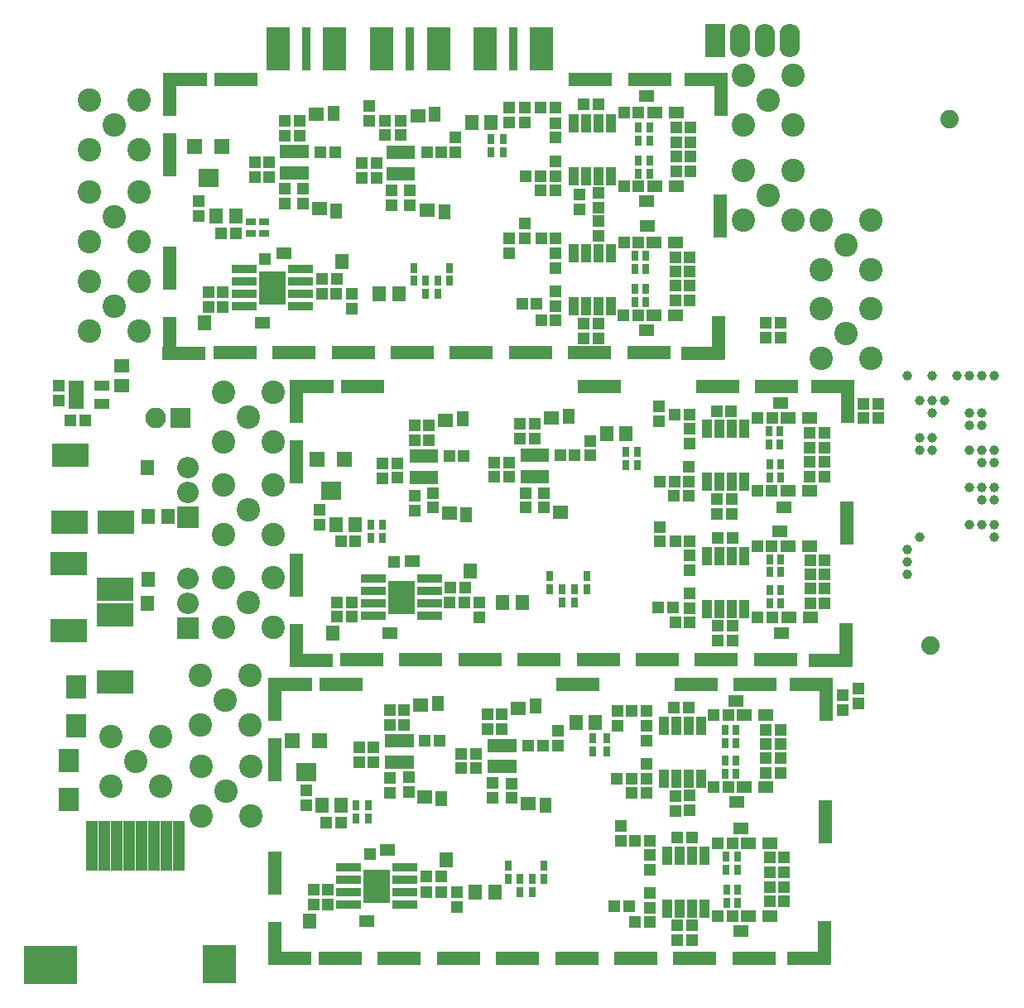
<source format=gbr>
G04 #@! TF.GenerationSoftware,KiCad,Pcbnew,(5.1.5-0-10_14)*
G04 #@! TF.CreationDate,2021-05-04T13:32:50-04:00*
G04 #@! TF.ProjectId,FEA,4645412e-6b69-4636-9164-5f7063625858,rev?*
G04 #@! TF.SameCoordinates,Original*
G04 #@! TF.FileFunction,Soldermask,Top*
G04 #@! TF.FilePolarity,Negative*
%FSLAX46Y46*%
G04 Gerber Fmt 4.6, Leading zero omitted, Abs format (unit mm)*
G04 Created by KiCad (PCBNEW (5.1.5-0-10_14)) date 2021-05-04 13:32:50*
%MOMM*%
%LPD*%
G04 APERTURE LIST*
%ADD10R,0.800000X1.060000*%
%ADD11R,4.440000X1.400000*%
%ADD12R,1.400000X4.440000*%
%ADD13R,1.000000X1.950000*%
%ADD14R,1.050000X1.460000*%
%ADD15R,2.200000X2.200000*%
%ADD16O,2.200000X2.200000*%
%ADD17C,1.880000*%
%ADD18C,1.000000*%
%ADD19R,2.100000X2.100000*%
%ADD20O,2.100000X2.100000*%
%ADD21R,2.000000X2.400000*%
%ADD22C,2.400000*%
%ADD23R,2.400000X4.400000*%
%ADD24R,0.850000X4.400000*%
%ADD25R,1.150000X1.200000*%
%ADD26R,1.620000X1.050000*%
%ADD27R,2.100000X3.400000*%
%ADD28O,2.100000X3.400000*%
%ADD29R,1.200000X1.150000*%
%ADD30R,1.160000X5.150000*%
%ADD31R,3.400000X3.900000*%
%ADD32R,5.400000X3.900000*%
%ADD33R,1.650000X1.400000*%
%ADD34R,1.400000X1.650000*%
%ADD35R,3.790000X2.360000*%
%ADD36R,1.060000X0.800000*%
%ADD37R,1.600000X1.300000*%
%ADD38R,1.300000X1.600000*%
%ADD39R,1.600000X1.600000*%
%ADD40R,2.000000X1.900000*%
%ADD41R,2.800000X3.500000*%
%ADD42R,2.600000X0.900000*%
G04 APERTURE END LIST*
D10*
X73250000Y-148250000D03*
X73250000Y-149600000D03*
D11*
X50700000Y-158000000D03*
D12*
X43900000Y-165700000D03*
X43900000Y-159500000D03*
D11*
X45500000Y-158000000D03*
X45400000Y-186000000D03*
D12*
X43900000Y-184500000D03*
X100100000Y-184400000D03*
D11*
X98500000Y-186000000D03*
D12*
X100300000Y-159500000D03*
D11*
X98800000Y-158000000D03*
D12*
X100250000Y-172000000D03*
X43900000Y-177300000D03*
D11*
X74880000Y-158000000D03*
X86970000Y-158000000D03*
X93015000Y-158000000D03*
X50600000Y-185970000D03*
X56645000Y-185970000D03*
X62690000Y-185970000D03*
X68735000Y-185970000D03*
X74780000Y-185970000D03*
X80825000Y-185970000D03*
X86870000Y-185970000D03*
X92915000Y-185970000D03*
D10*
X79850000Y-135500000D03*
X79850000Y-134150000D03*
D13*
X74445000Y-100550000D03*
X74445000Y-105950000D03*
X75715000Y-100550000D03*
X75715000Y-105950000D03*
X76985000Y-100550000D03*
X76985000Y-105950000D03*
X78255000Y-100550000D03*
X78255000Y-105950000D03*
D14*
X45900000Y-105650000D03*
X46850000Y-105650000D03*
X44950000Y-105650000D03*
X44950000Y-103450000D03*
X45900000Y-103450000D03*
X46850000Y-103450000D03*
D15*
X35000000Y-152250000D03*
D16*
X35000000Y-149710000D03*
X35000000Y-147170000D03*
X35000000Y-135770000D03*
X35000000Y-138310000D03*
D15*
X35000000Y-140850000D03*
D11*
X82140000Y-124045000D03*
X76095000Y-124045000D03*
X70050000Y-124045000D03*
X64005000Y-124045000D03*
X57960000Y-124045000D03*
X51915000Y-124045000D03*
X45870000Y-124045000D03*
X39825000Y-124045000D03*
X82240000Y-96075000D03*
X76195000Y-96075000D03*
D12*
X33125000Y-115375000D03*
X89475000Y-110075000D03*
D11*
X88025000Y-96075000D03*
D12*
X89525000Y-97575000D03*
D11*
X87725000Y-124075000D03*
D12*
X89325000Y-122475000D03*
X33125000Y-122575000D03*
D11*
X34625000Y-124075000D03*
X34725000Y-96075000D03*
D12*
X33125000Y-97575000D03*
X33125000Y-103775000D03*
D11*
X39925000Y-96075000D03*
D17*
X110925000Y-154025000D03*
X112925000Y-100125000D03*
D18*
X117515000Y-126425000D03*
X116245000Y-126425000D03*
X114975000Y-126425000D03*
X113705000Y-126425000D03*
X111165000Y-126425000D03*
X108625000Y-126425000D03*
X112435000Y-128965000D03*
X111165000Y-128965000D03*
X109895000Y-128965000D03*
X116245000Y-130235000D03*
X114975000Y-130235000D03*
X111165000Y-130235000D03*
X116245000Y-131505000D03*
X114975000Y-131505000D03*
X111165000Y-132775000D03*
X109895000Y-132775000D03*
X117515000Y-134045000D03*
X116245000Y-134045000D03*
X114975000Y-134045000D03*
X111165000Y-134045000D03*
X109895000Y-134045000D03*
X117515000Y-135315000D03*
X116245000Y-135315000D03*
X117515000Y-137855000D03*
X116245000Y-137855000D03*
X114975000Y-137855000D03*
X117515000Y-139125000D03*
X116245000Y-139125000D03*
X117515000Y-141665000D03*
X116245000Y-141665000D03*
X114975000Y-141665000D03*
X117515000Y-142935000D03*
X109895000Y-142935000D03*
X108625000Y-144205000D03*
X108625000Y-145475000D03*
X108625000Y-146745000D03*
D19*
X34220000Y-130700000D03*
D20*
X31680000Y-130700000D03*
D21*
X22800000Y-165750000D03*
X22800000Y-169750000D03*
D22*
X27450000Y-110100000D03*
X29990000Y-107560000D03*
X24910000Y-107560000D03*
X24910000Y-112640000D03*
X29990000Y-112640000D03*
X27450000Y-100700000D03*
X29990000Y-98160000D03*
X24910000Y-98160000D03*
X24910000Y-103240000D03*
X29990000Y-103240000D03*
D23*
X60640000Y-92980000D03*
D24*
X57740000Y-92980000D03*
D23*
X54840000Y-92980000D03*
X44225000Y-92950000D03*
D24*
X47125000Y-92950000D03*
D23*
X50025000Y-92950000D03*
D25*
X67850000Y-99000000D03*
X67850000Y-100500000D03*
X53600000Y-100300000D03*
X53600000Y-98800000D03*
D22*
X43740000Y-142640000D03*
X38660000Y-142640000D03*
X38660000Y-137560000D03*
X43740000Y-137560000D03*
X41200000Y-140100000D03*
X41200000Y-130600000D03*
X43740000Y-128060000D03*
X38660000Y-128060000D03*
X38660000Y-133140000D03*
X43740000Y-133140000D03*
X38950000Y-168900000D03*
X41490000Y-166360000D03*
X36410000Y-166360000D03*
X36410000Y-171440000D03*
X41490000Y-171440000D03*
X41390000Y-162090000D03*
X36310000Y-162090000D03*
X36310000Y-157010000D03*
X41390000Y-157010000D03*
X38850000Y-159550000D03*
X94410000Y-98230000D03*
X96950000Y-95690000D03*
X91870000Y-95690000D03*
X91870000Y-100770000D03*
X96950000Y-100770000D03*
X96930000Y-110510000D03*
X91850000Y-110510000D03*
X91850000Y-105430000D03*
X96930000Y-105430000D03*
X94390000Y-107970000D03*
X104910000Y-115540000D03*
X99830000Y-115540000D03*
X99830000Y-110460000D03*
X104910000Y-110460000D03*
X102370000Y-113000000D03*
X102320000Y-122050000D03*
X104860000Y-119510000D03*
X99780000Y-119510000D03*
X99780000Y-124590000D03*
X104860000Y-124590000D03*
D25*
X21800000Y-128895000D03*
X21800000Y-127395000D03*
D26*
X23615000Y-127400000D03*
X23615000Y-128350000D03*
X23615000Y-129300000D03*
X26235000Y-129300000D03*
X26235000Y-127400000D03*
D25*
X69450000Y-110850000D03*
X69450000Y-112350000D03*
D23*
X65400000Y-92950000D03*
D24*
X68300000Y-92950000D03*
D23*
X71200000Y-92950000D03*
D27*
X88950000Y-92100000D03*
D28*
X91490000Y-92100000D03*
X94030000Y-92100000D03*
X96570000Y-92100000D03*
D29*
X24500000Y-131000000D03*
X23000000Y-131000000D03*
D30*
X25195000Y-174525000D03*
X26465000Y-174525000D03*
X27735000Y-174525000D03*
X29005000Y-174525000D03*
X30275000Y-174525000D03*
X31545000Y-174525000D03*
X32815000Y-174525000D03*
X34085000Y-174525000D03*
D31*
X38245000Y-186625000D03*
D32*
X20995000Y-186675000D03*
D33*
X28220000Y-125400000D03*
X28220000Y-127400000D03*
D34*
X30900000Y-149700000D03*
X32950000Y-140800000D03*
X30950000Y-140800000D03*
X30950000Y-147200000D03*
X30900000Y-135800000D03*
D29*
X95650000Y-121000000D03*
X94150000Y-121000000D03*
X94150000Y-122500000D03*
X95650000Y-122500000D03*
D25*
X105600000Y-130750000D03*
X105600000Y-129250000D03*
X104100000Y-129250000D03*
X104100000Y-130750000D03*
X101950000Y-160600000D03*
X101950000Y-159100000D03*
X103600000Y-158400000D03*
X103600000Y-159900000D03*
D35*
X27550000Y-157750000D03*
X27600000Y-150900000D03*
X22950000Y-141400000D03*
X23000000Y-134550000D03*
X22850000Y-145650000D03*
X22800000Y-152500000D03*
X27650000Y-141350000D03*
X27600000Y-148200000D03*
D34*
X39900000Y-110050000D03*
X37900000Y-110050000D03*
X36700000Y-121000000D03*
D33*
X48450000Y-109300000D03*
D25*
X46800000Y-108800000D03*
D29*
X37100000Y-119350000D03*
X38600000Y-119350000D03*
D25*
X46800000Y-108800000D03*
X46800000Y-107300000D03*
D29*
X48750000Y-116450000D03*
X50250000Y-116450000D03*
D25*
X46450000Y-101850000D03*
X46450000Y-100350000D03*
D29*
X50250000Y-116450000D03*
X48750000Y-116450000D03*
D25*
X46450000Y-100350000D03*
D33*
X48150000Y-99650000D03*
D34*
X50750000Y-114700000D03*
D36*
X41450000Y-111850000D03*
X42800000Y-111850000D03*
X41450000Y-110650000D03*
X42800000Y-110650000D03*
D10*
X59300000Y-116700000D03*
X59300000Y-118050000D03*
X60550000Y-118050000D03*
X60550000Y-116700000D03*
D37*
X42600000Y-121000000D03*
D38*
X50200000Y-109550000D03*
D37*
X44800000Y-113850000D03*
D38*
X49950000Y-99550000D03*
D25*
X36100000Y-108550000D03*
X36100000Y-110050000D03*
D29*
X39900000Y-111850000D03*
X38400000Y-111850000D03*
X37100000Y-117850000D03*
X38600000Y-117850000D03*
D25*
X44950000Y-100350000D03*
X44950000Y-101850000D03*
X42900000Y-114450000D03*
X44950000Y-107300000D03*
X44950000Y-108800000D03*
X43350000Y-104550000D03*
X43350000Y-106050000D03*
D29*
X48700000Y-118050000D03*
X50200000Y-118050000D03*
X50050000Y-103500000D03*
X48550000Y-103500000D03*
D39*
X38500000Y-102930000D03*
X35700000Y-102930000D03*
D40*
X37100000Y-106170000D03*
D34*
X56600000Y-118050000D03*
X54600000Y-118050000D03*
D25*
X84950000Y-102500000D03*
X84950000Y-101000000D03*
X77000000Y-110600000D03*
X77000000Y-110600000D03*
X77000000Y-112100000D03*
X84900000Y-114250000D03*
X84900000Y-115750000D03*
X84950000Y-105450000D03*
X84950000Y-103950000D03*
X84900000Y-117200000D03*
X84900000Y-118700000D03*
X77000000Y-121050000D03*
X77000000Y-122550000D03*
X75500000Y-121050000D03*
X75500000Y-122550000D03*
D34*
X64050000Y-100500000D03*
X66050000Y-100500000D03*
D29*
X77000000Y-98650000D03*
X75500000Y-98650000D03*
D25*
X77000000Y-109200000D03*
X77000000Y-107700000D03*
X75100000Y-109350000D03*
X75100000Y-107850000D03*
D10*
X80700000Y-114100000D03*
X80700000Y-115450000D03*
X81800000Y-114100000D03*
X81800000Y-115450000D03*
X80700000Y-118850000D03*
X80700000Y-117500000D03*
X81800000Y-118850000D03*
X81800000Y-117500000D03*
X82300000Y-101000000D03*
X82300000Y-102350000D03*
X81100000Y-101000000D03*
X81100000Y-102350000D03*
X81100000Y-105700000D03*
X81100000Y-104350000D03*
X82250000Y-105700000D03*
X82250000Y-104350000D03*
D37*
X82750000Y-99500000D03*
X84950000Y-99500000D03*
X82000000Y-111050000D03*
X82700000Y-112750000D03*
X84900000Y-112750000D03*
X82750000Y-107000000D03*
X84950000Y-107000000D03*
X82700000Y-120200000D03*
X84900000Y-120200000D03*
X81900000Y-121700000D03*
X81950000Y-97800000D03*
X81900000Y-108550000D03*
D25*
X67900000Y-112350000D03*
X67900000Y-113850000D03*
X86450000Y-102500000D03*
X86450000Y-101000000D03*
D29*
X72650000Y-112350000D03*
X71150000Y-112350000D03*
D25*
X72650000Y-113850000D03*
X72650000Y-115350000D03*
D29*
X79600000Y-112750000D03*
X81100000Y-112750000D03*
D25*
X86350000Y-114250000D03*
X86350000Y-115750000D03*
X86450000Y-105450000D03*
X86450000Y-103950000D03*
D29*
X81050000Y-120200000D03*
X79550000Y-120200000D03*
D25*
X86350000Y-117200000D03*
X86350000Y-118700000D03*
X72650000Y-119250000D03*
X72650000Y-117750000D03*
D29*
X71150000Y-120700000D03*
X72650000Y-120700000D03*
D25*
X69500000Y-99000000D03*
X69500000Y-100500000D03*
D29*
X71100000Y-99000000D03*
X72600000Y-99000000D03*
D25*
X72600000Y-102050000D03*
X72600000Y-100550000D03*
D29*
X81100000Y-99500000D03*
X79600000Y-99500000D03*
X79600000Y-107000000D03*
X81100000Y-107000000D03*
D25*
X72600000Y-104450000D03*
X72600000Y-105950000D03*
D29*
X72600000Y-107450000D03*
X71100000Y-107450000D03*
X71100000Y-105950000D03*
X69600000Y-105950000D03*
D10*
X67300000Y-103550000D03*
X67300000Y-102200000D03*
X66050000Y-103550000D03*
X66050000Y-102200000D03*
X58100000Y-116700000D03*
X58100000Y-115350000D03*
X61750000Y-116700000D03*
X61750000Y-115350000D03*
D21*
X23550000Y-158250000D03*
X23550000Y-162250000D03*
D34*
X52150000Y-141600000D03*
X50150000Y-141600000D03*
X49800000Y-152700000D03*
D33*
X61800000Y-140450000D03*
D29*
X50300000Y-151050000D03*
X50300000Y-151050000D03*
X51800000Y-151050000D03*
D25*
X60100000Y-138400000D03*
X60100000Y-139900000D03*
D29*
X61850000Y-148050000D03*
X63350000Y-148050000D03*
D25*
X59700000Y-131500000D03*
X59700000Y-133000000D03*
D33*
X61350000Y-131000000D03*
D34*
X63850000Y-146400000D03*
X67200000Y-149600000D03*
X69200000Y-149600000D03*
X79850000Y-132350000D03*
X77850000Y-132350000D03*
D29*
X90600000Y-130000000D03*
X89100000Y-130000000D03*
X90600000Y-130000000D03*
D25*
X98600000Y-132250000D03*
X98600000Y-133750000D03*
D29*
X90700000Y-143000000D03*
X89200000Y-143000000D03*
D25*
X98650000Y-146750000D03*
X98650000Y-145250000D03*
X98600000Y-135200000D03*
X98600000Y-136700000D03*
X90650000Y-139000000D03*
X90650000Y-140500000D03*
X89150000Y-139000000D03*
X89150000Y-140500000D03*
X98650000Y-149650000D03*
X98650000Y-148150000D03*
X90700000Y-153450000D03*
X90700000Y-151950000D03*
X89200000Y-153450000D03*
X89200000Y-151950000D03*
D10*
X53750000Y-142950000D03*
X53750000Y-141600000D03*
X54950000Y-142950000D03*
X54950000Y-141600000D03*
X72050000Y-146900000D03*
X72050000Y-148250000D03*
X81000000Y-135500000D03*
X81000000Y-134150000D03*
X74600000Y-148250000D03*
X74600000Y-149600000D03*
X75850000Y-146900000D03*
X75850000Y-148250000D03*
X94450000Y-133450000D03*
X94450000Y-132100000D03*
X95550000Y-133450000D03*
X95550000Y-132100000D03*
X94500000Y-146500000D03*
X94500000Y-145150000D03*
X95650000Y-146500000D03*
X95650000Y-145150000D03*
X94500000Y-135450000D03*
X94500000Y-136800000D03*
X95650000Y-135450000D03*
X95650000Y-136800000D03*
X95650000Y-148300000D03*
X95650000Y-149650000D03*
X94500000Y-148300000D03*
X94500000Y-149650000D03*
D37*
X55700000Y-152700000D03*
D38*
X63500000Y-140650000D03*
D37*
X57950000Y-145350000D03*
D38*
X63100000Y-130800000D03*
D37*
X95600000Y-129200000D03*
X96400000Y-130750000D03*
X98600000Y-130750000D03*
X95550000Y-142300000D03*
X96400000Y-143800000D03*
X98600000Y-143800000D03*
X96400000Y-138150000D03*
X98600000Y-138150000D03*
X96000000Y-139850000D03*
X96450000Y-151100000D03*
X98650000Y-151100000D03*
X95750000Y-152700000D03*
D11*
X52900000Y-127500000D03*
D12*
X46100000Y-135200000D03*
X46100000Y-129000000D03*
D11*
X47700000Y-127500000D03*
X47600000Y-155500000D03*
D12*
X46100000Y-154000000D03*
X102300000Y-153900000D03*
D11*
X100700000Y-155500000D03*
D12*
X102500000Y-129000000D03*
D11*
X101000000Y-127500000D03*
D12*
X102450000Y-141500000D03*
X46100000Y-146800000D03*
D11*
X77080000Y-127500000D03*
X89170000Y-127500000D03*
X95215000Y-127500000D03*
X52800000Y-155470000D03*
X58845000Y-155470000D03*
X64890000Y-155470000D03*
X70935000Y-155470000D03*
X76980000Y-155470000D03*
X83025000Y-155470000D03*
X89070000Y-155470000D03*
X95115000Y-155470000D03*
D25*
X48500000Y-140100000D03*
X48500000Y-141600000D03*
D29*
X52150000Y-143350000D03*
X50650000Y-143350000D03*
X50300000Y-149600000D03*
X51800000Y-149600000D03*
D25*
X58200000Y-133000000D03*
X58200000Y-131500000D03*
X56100000Y-145450000D03*
X58200000Y-138700000D03*
X58200000Y-140200000D03*
X56400000Y-136850000D03*
X56400000Y-135350000D03*
D29*
X61800000Y-149600000D03*
X63300000Y-149600000D03*
X61750000Y-134650000D03*
X63250000Y-134650000D03*
D25*
X83200000Y-131050000D03*
X83200000Y-129550000D03*
D29*
X86300000Y-130400000D03*
X84800000Y-130400000D03*
D25*
X86300000Y-131850000D03*
X86300000Y-133350000D03*
X83250000Y-141850000D03*
X83250000Y-143350000D03*
D29*
X93300000Y-130750000D03*
X94800000Y-130750000D03*
D25*
X100100000Y-132250000D03*
X100100000Y-133750000D03*
D29*
X84850000Y-143350000D03*
X86350000Y-143350000D03*
D25*
X86350000Y-146300000D03*
X86350000Y-144800000D03*
D29*
X94750000Y-143800000D03*
X93250000Y-143800000D03*
D25*
X100100000Y-146750000D03*
X100100000Y-145250000D03*
D29*
X94750000Y-138150000D03*
X93250000Y-138150000D03*
D25*
X100100000Y-135200000D03*
X100100000Y-136700000D03*
X86250000Y-137250000D03*
X86250000Y-135750000D03*
D29*
X84750000Y-138700000D03*
X86250000Y-138700000D03*
X83300000Y-137250000D03*
X84800000Y-137250000D03*
X93300000Y-151100000D03*
X94800000Y-151100000D03*
D25*
X100100000Y-149650000D03*
X100100000Y-148150000D03*
X86350000Y-148700000D03*
X86350000Y-150200000D03*
D29*
X86350000Y-151650000D03*
X84850000Y-151650000D03*
D39*
X51050000Y-134960000D03*
X48250000Y-134960000D03*
D40*
X49650000Y-138200000D03*
D14*
X60100000Y-134650000D03*
X59150000Y-134650000D03*
X58200000Y-134650000D03*
X58200000Y-136850000D03*
X60100000Y-136850000D03*
X59150000Y-136850000D03*
D13*
X88095000Y-131850000D03*
X88095000Y-137250000D03*
X89365000Y-131850000D03*
X89365000Y-137250000D03*
X90635000Y-131850000D03*
X90635000Y-137250000D03*
X91905000Y-131850000D03*
X91905000Y-137250000D03*
D34*
X50700000Y-170350000D03*
X48700000Y-170350000D03*
X47500000Y-182150000D03*
D33*
X59250000Y-169500000D03*
D25*
X57600000Y-167500000D03*
X57600000Y-169000000D03*
D29*
X47850000Y-180500000D03*
X49350000Y-180500000D03*
D25*
X57600000Y-167500000D03*
X57600000Y-169000000D03*
D29*
X59400000Y-177650000D03*
X60900000Y-177650000D03*
D25*
X57150000Y-160600000D03*
X57150000Y-162100000D03*
D29*
X60900000Y-177650000D03*
X59400000Y-177650000D03*
D33*
X58800000Y-160100000D03*
D34*
X61400000Y-175950000D03*
X64400000Y-179250000D03*
X66400000Y-179250000D03*
X76700000Y-161850000D03*
X74700000Y-161850000D03*
D29*
X84750000Y-160350000D03*
X86250000Y-160350000D03*
D25*
X94150000Y-162600000D03*
X94150000Y-164100000D03*
D29*
X86600000Y-173600000D03*
X85100000Y-173600000D03*
D25*
X94550000Y-177200000D03*
X94550000Y-175700000D03*
X94150000Y-165500000D03*
X94150000Y-167000000D03*
X86300000Y-169350000D03*
X86300000Y-170850000D03*
X84850000Y-169400000D03*
X84850000Y-170900000D03*
X86300000Y-169350000D03*
X94550000Y-180200000D03*
X94550000Y-178700000D03*
X86550000Y-184100000D03*
X86550000Y-182600000D03*
X85050000Y-184100000D03*
X85050000Y-182600000D03*
D10*
X52250000Y-170350000D03*
X52250000Y-171700000D03*
X53450000Y-170350000D03*
X53450000Y-171700000D03*
X77850000Y-164850000D03*
X77850000Y-163500000D03*
X67750000Y-176550000D03*
X67750000Y-177900000D03*
X69000000Y-177900000D03*
X69000000Y-179250000D03*
X76450000Y-164850000D03*
X76450000Y-163500000D03*
X70200000Y-177900000D03*
X70200000Y-179250000D03*
X71450000Y-176550000D03*
X71450000Y-177900000D03*
X91100000Y-163950000D03*
X91100000Y-162600000D03*
X90000000Y-163950000D03*
X90000000Y-162600000D03*
X90050000Y-175550000D03*
X90050000Y-176900000D03*
X91200000Y-175550000D03*
X91200000Y-176900000D03*
X89950000Y-165800000D03*
X89950000Y-167150000D03*
X91050000Y-165800000D03*
X91050000Y-167150000D03*
X91250000Y-179000000D03*
X91250000Y-180350000D03*
X90150000Y-179000000D03*
X90150000Y-180350000D03*
D37*
X53350000Y-182150000D03*
D38*
X60950000Y-169650000D03*
D37*
X55450000Y-174950000D03*
D38*
X60550000Y-159900000D03*
D37*
X91100000Y-159650000D03*
X91900000Y-161150000D03*
X94100000Y-161150000D03*
X91600000Y-172750000D03*
X92350000Y-174250000D03*
X94550000Y-174250000D03*
X91950000Y-168500000D03*
X94150000Y-168500000D03*
X91150000Y-170000000D03*
X92300000Y-181700000D03*
X94500000Y-181700000D03*
X91550000Y-183200000D03*
D25*
X47100000Y-168850000D03*
X47100000Y-170350000D03*
D29*
X50650000Y-172150000D03*
X49150000Y-172150000D03*
X47850000Y-179000000D03*
X49350000Y-179000000D03*
D25*
X55700000Y-162100000D03*
X55700000Y-160600000D03*
X53650000Y-175300000D03*
X55700000Y-169050000D03*
X55700000Y-167550000D03*
X54000000Y-165900000D03*
X54000000Y-164400000D03*
D29*
X59400000Y-179250000D03*
X60900000Y-179250000D03*
X59250000Y-163700000D03*
X60750000Y-163700000D03*
D25*
X78950000Y-160700000D03*
X78950000Y-162200000D03*
D29*
X81900000Y-160700000D03*
X80400000Y-160700000D03*
D25*
X81900000Y-162200000D03*
X81900000Y-163700000D03*
X79300000Y-172450000D03*
X79300000Y-173950000D03*
D29*
X88800000Y-161150000D03*
X90300000Y-161150000D03*
D25*
X95600000Y-162600000D03*
X95600000Y-164100000D03*
D29*
X80750000Y-173950000D03*
X82250000Y-173950000D03*
D25*
X82250000Y-176900000D03*
X82250000Y-175400000D03*
D29*
X90700000Y-174250000D03*
X89200000Y-174250000D03*
D25*
X96000000Y-177200000D03*
X96000000Y-175700000D03*
D29*
X90300000Y-168450000D03*
X88800000Y-168450000D03*
D25*
X95600000Y-165500000D03*
X95600000Y-167000000D03*
X81900000Y-167600000D03*
X81900000Y-166100000D03*
D29*
X80400000Y-169050000D03*
X81900000Y-169050000D03*
X78900000Y-167600000D03*
X80400000Y-167600000D03*
X89200000Y-181700000D03*
X90700000Y-181700000D03*
D25*
X96000000Y-180200000D03*
X96000000Y-178700000D03*
X82250000Y-179300000D03*
X82250000Y-180800000D03*
D29*
X82250000Y-182250000D03*
X80750000Y-182250000D03*
D39*
X48500000Y-163710000D03*
X45700000Y-163710000D03*
D40*
X47100000Y-166950000D03*
D14*
X57600000Y-163700000D03*
X56650000Y-163700000D03*
X55700000Y-163700000D03*
X55700000Y-165900000D03*
X57600000Y-165900000D03*
X56650000Y-165900000D03*
D13*
X87505000Y-167600000D03*
X87505000Y-162200000D03*
X86235000Y-167600000D03*
X86235000Y-162200000D03*
X84965000Y-167600000D03*
X84965000Y-162200000D03*
X83695000Y-167600000D03*
X83695000Y-162200000D03*
D25*
X54900000Y-135400000D03*
X54900000Y-136900000D03*
D33*
X73100000Y-140350000D03*
D25*
X71450000Y-139900000D03*
X71450000Y-138400000D03*
X71450000Y-139900000D03*
X66350000Y-136750000D03*
X66350000Y-135250000D03*
X70500000Y-131300000D03*
X70500000Y-132800000D03*
D33*
X72150000Y-130750000D03*
D25*
X52550000Y-165900000D03*
X52550000Y-164400000D03*
D33*
X69800000Y-170150000D03*
D25*
X68100000Y-169600000D03*
X68100000Y-168100000D03*
X63000000Y-165050000D03*
X63000000Y-166550000D03*
X67150000Y-162550000D03*
X67150000Y-161050000D03*
D33*
X68800000Y-160450000D03*
D25*
X41850000Y-106050000D03*
X41850000Y-104550000D03*
D33*
X59500000Y-109450000D03*
D25*
X57750000Y-108950000D03*
X57750000Y-107450000D03*
X52800000Y-104650000D03*
X52800000Y-106150000D03*
X56800000Y-101800000D03*
X56800000Y-100300000D03*
D33*
X58550000Y-99800000D03*
D38*
X73950000Y-130550000D03*
X71600000Y-170350000D03*
X70550000Y-160150000D03*
X61250000Y-109650000D03*
X60250000Y-99650000D03*
D25*
X64850000Y-149600000D03*
X64850000Y-151100000D03*
X68950000Y-132800000D03*
X68950000Y-131300000D03*
X69550000Y-139900000D03*
X69550000Y-138400000D03*
X67850000Y-136750000D03*
X67850000Y-135250000D03*
D29*
X73100000Y-134550000D03*
X74600000Y-134550000D03*
D25*
X76200000Y-134550000D03*
X76200000Y-133050000D03*
D29*
X84600000Y-150100000D03*
X83100000Y-150100000D03*
D25*
X62500000Y-180750000D03*
X62500000Y-179250000D03*
X65650000Y-161050000D03*
X65650000Y-162550000D03*
X66200000Y-168050000D03*
X66200000Y-169550000D03*
X64500000Y-165050000D03*
X64500000Y-166550000D03*
D29*
X71350000Y-164200000D03*
X69850000Y-164200000D03*
D25*
X72900000Y-162700000D03*
X72900000Y-164200000D03*
D29*
X78650000Y-180650000D03*
X80150000Y-180650000D03*
D25*
X51750000Y-119550000D03*
X51750000Y-118050000D03*
X55150000Y-100300000D03*
X55150000Y-101800000D03*
X55850000Y-107450000D03*
X55850000Y-108950000D03*
X54300000Y-104650000D03*
X54300000Y-106150000D03*
D29*
X60950000Y-103550000D03*
X59450000Y-103550000D03*
D25*
X62400000Y-102000000D03*
X62400000Y-103500000D03*
D29*
X69200000Y-119050000D03*
X70700000Y-119050000D03*
D22*
X29990000Y-121840000D03*
X24910000Y-121840000D03*
X24910000Y-116760000D03*
X29990000Y-116760000D03*
X27450000Y-119300000D03*
X41200000Y-149600000D03*
X43740000Y-147060000D03*
X38660000Y-147060000D03*
X38660000Y-152140000D03*
X43740000Y-152140000D03*
X29650000Y-165850000D03*
X32190000Y-163310000D03*
X27110000Y-163310000D03*
X27110000Y-168390000D03*
X32190000Y-168390000D03*
D14*
X71450000Y-134550000D03*
X70500000Y-134550000D03*
X69550000Y-134550000D03*
X69550000Y-136750000D03*
X71450000Y-136750000D03*
X70500000Y-136750000D03*
X67150000Y-166400000D03*
X68100000Y-166400000D03*
X66200000Y-166400000D03*
X66200000Y-164200000D03*
X67150000Y-164200000D03*
X68100000Y-164200000D03*
X57750000Y-103550000D03*
X56800000Y-103550000D03*
X55850000Y-103550000D03*
X55850000Y-105750000D03*
X57750000Y-105750000D03*
X56800000Y-105750000D03*
D41*
X56850000Y-149100000D03*
D42*
X59725000Y-150960000D03*
X53975000Y-150960000D03*
X59725000Y-149690000D03*
X53975000Y-149690000D03*
X59725000Y-148420000D03*
X53975000Y-148420000D03*
X59725000Y-147150000D03*
X53975000Y-147150000D03*
D13*
X91955000Y-150250000D03*
X91955000Y-144850000D03*
X90685000Y-150250000D03*
X90685000Y-144850000D03*
X89415000Y-150250000D03*
X89415000Y-144850000D03*
X88145000Y-150250000D03*
X88145000Y-144850000D03*
D42*
X51475000Y-176700000D03*
X57225000Y-176700000D03*
X51475000Y-177970000D03*
X57225000Y-177970000D03*
X51475000Y-179240000D03*
X57225000Y-179240000D03*
X51475000Y-180510000D03*
X57225000Y-180510000D03*
D41*
X54350000Y-178650000D03*
D13*
X87855000Y-180900000D03*
X87855000Y-175500000D03*
X86585000Y-180900000D03*
X86585000Y-175500000D03*
X85315000Y-180900000D03*
X85315000Y-175500000D03*
X84045000Y-180900000D03*
X84045000Y-175500000D03*
D42*
X40750000Y-115500000D03*
X46500000Y-115500000D03*
X40750000Y-116770000D03*
X46500000Y-116770000D03*
X40750000Y-118040000D03*
X46500000Y-118040000D03*
X40750000Y-119310000D03*
X46500000Y-119310000D03*
D41*
X43625000Y-117450000D03*
D13*
X74495000Y-113900000D03*
X74495000Y-119300000D03*
X75765000Y-113900000D03*
X75765000Y-119300000D03*
X77035000Y-113900000D03*
X77035000Y-119300000D03*
X78305000Y-113900000D03*
X78305000Y-119300000D03*
M02*

</source>
